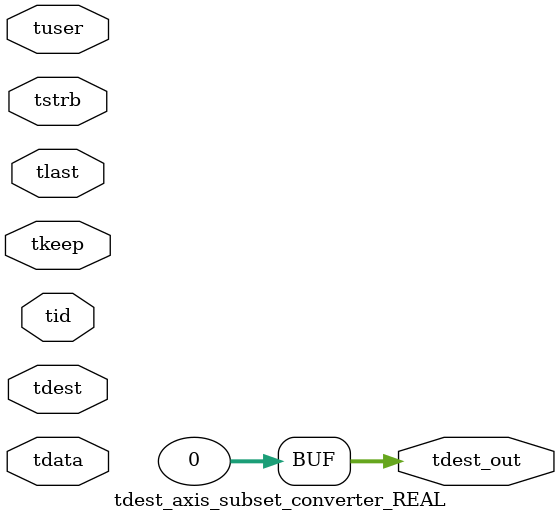
<source format=v>


`timescale 1ps/1ps

module tdest_axis_subset_converter_REAL #
(
parameter C_S_AXIS_TDATA_WIDTH = 32,
parameter C_S_AXIS_TUSER_WIDTH = 0,
parameter C_S_AXIS_TID_WIDTH   = 0,
parameter C_S_AXIS_TDEST_WIDTH = 0,
parameter C_M_AXIS_TDEST_WIDTH = 32
)
(
input  [(C_S_AXIS_TDATA_WIDTH == 0 ? 1 : C_S_AXIS_TDATA_WIDTH)-1:0     ] tdata,
input  [(C_S_AXIS_TUSER_WIDTH == 0 ? 1 : C_S_AXIS_TUSER_WIDTH)-1:0     ] tuser,
input  [(C_S_AXIS_TID_WIDTH   == 0 ? 1 : C_S_AXIS_TID_WIDTH)-1:0       ] tid,
input  [(C_S_AXIS_TDEST_WIDTH == 0 ? 1 : C_S_AXIS_TDEST_WIDTH)-1:0     ] tdest,
input  [(C_S_AXIS_TDATA_WIDTH/8)-1:0 ] tkeep,
input  [(C_S_AXIS_TDATA_WIDTH/8)-1:0 ] tstrb,
input                                                                    tlast,
output [C_M_AXIS_TDEST_WIDTH-1:0] tdest_out
);

assign tdest_out = {1'b0};

endmodule


</source>
